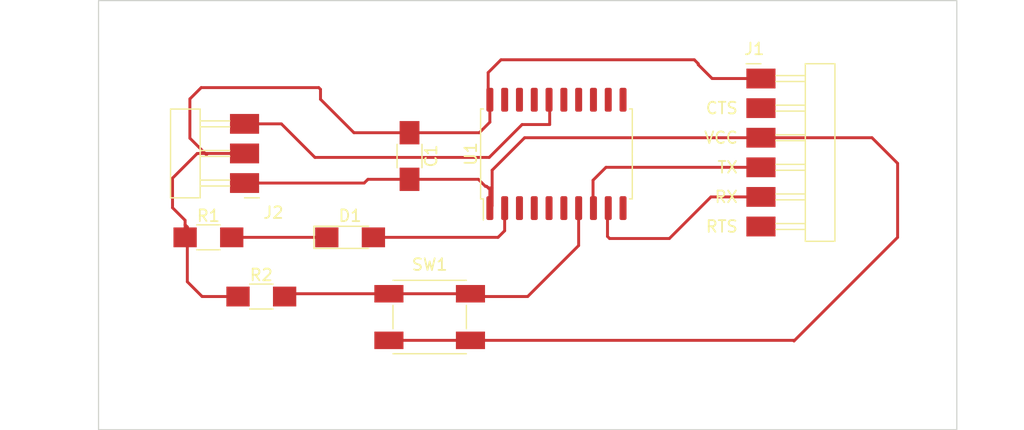
<source format=kicad_pcb>
(kicad_pcb (version 20211014) (generator pcbnew)
  (layers (0 "F.Cu" signal) (31 "B.Cu" signal) (34 "B.Paste" user) (35 "F.Paste" user) (36 "B.SilkS" user "B.Silkscreen") (37 "F.SilkS" user "F.Silkscreen") (38 "B.Mask" user) (39 "F.Mask" user) (44 "Edge.Cuts" user))
  (net 0 "")
  (net 1 "GND")
  (net 2 "Net-(U1-Pad2)")
  (net 17 "Net-(D1-Pad1)")
  (net 18 "Net-(J1-Pad4)")
  (net 20 "Net-(J1-Pad5)")
  (net 21 "Net-(J2-Pad3)")
  (net 22 "Net-(U1-Pad7)")
  (net 23 "VCC")
  (footprint "fab:PinHeader_FTDI_01x06_P2.54mm_Horizontal_SMD" (layer "F.Cu") (at 134.32 80.35)
    (fp_text reference "J1" (at -1.524 -2.54 180) (layer "F.SilkS") (effects (justify left)))
    (fp_text value "Conn_PinHeader_FTDI_1x06_P2.54mm_Horizontal_SMD")
    (fp_text user "TX" (at -1.905 7.62) (layer "F.SilkS") (effects (justify right)))
    (fp_text user "RX" (at -1.905 10.16) (layer "F.SilkS") (effects (justify right)))
    (fp_text user "CTS" (at -1.905 2.54) (layer "F.SilkS") (effects (justify right)))
    (fp_text user "RTS" (at -1.905 12.7) (layer "F.SilkS") (effects (justify right)))
    (fp_text user "VCC" (at -1.905 5.08) (layer "F.SilkS") (effects (justify right)))
    (fp_line (start 3.81 0.254) (end 1.27 0.254) (layer "F.SilkS") (width 0.12))
    (fp_line (start 3.81 13.97) (end 3.81 -1.27) (layer "F.SilkS") (width 0.12))
    (fp_line (start 3.81 -0.254) (end 1.27 -0.254) (layer "F.SilkS") (width 0.12))
    (fp_line (start 3.81 4.826) (end 1.27 4.826) (layer "F.SilkS") (width 0.12))
    (fp_line (start 3.81 -1.27) (end 6.35 -1.27) (layer "F.SilkS") (width 0.12))
    (fp_line (start 6.35 13.97) (end 3.81 13.97) (layer "F.SilkS") (width 0.12))
    (fp_line (start -1.27 -1.27) (end 0 -1.27) (layer "F.SilkS") (width 0.12))
    (fp_line (start 3.81 7.874) (end 1.27 7.874) (layer "F.SilkS") (width 0.12))
    (fp_line (start 3.81 2.794) (end 1.27 2.794) (layer "F.SilkS") (width 0.12))
    (fp_line (start 3.81 5.334) (end 1.27 5.334) (layer "F.SilkS") (width 0.12))
    (fp_line (start 3.81 12.446) (end 1.27 12.446) (layer "F.SilkS") (width 0.12))
    (fp_line (start 3.81 10.414) (end 1.27 10.414) (layer "F.SilkS") (width 0.12))
    (fp_line (start 6.35 -1.27) (end 6.35 13.97) (layer "F.SilkS") (width 0.12))
    (fp_line (start 3.81 12.954) (end 1.27 12.954) (layer "F.SilkS") (width 0.12))
    (fp_line (start 3.81 2.286) (end 1.27 2.286) (layer "F.SilkS") (width 0.12))
    (fp_line (start 3.81 9.906) (end 1.27 9.906) (layer "F.SilkS") (width 0.12))
    (fp_line (start 3.81 7.366) (end 1.27 7.366) (layer "F.SilkS") (width 0.12))
    (pad "1" smd rect locked (at 0 0) (size 2.5 1.7) (layers "F.Cu" "F.Paste" "F.Mask") (net 1 "GND"))
    (pad "2" smd rect locked (at 0 2.54) (size 2.5 1.7) (layers "F.Cu" "F.Paste" "F.Mask"))
    (pad "3" smd rect locked (at 0 5.08) (size 2.5 1.7) (layers "F.Cu" "F.Paste" "F.Mask") (net 23 "VCC"))
    (pad "4" smd rect locked (at 0 7.62) (size 2.5 1.7) (layers "F.Cu" "F.Paste" "F.Mask") (net 18 "Net-(J1-Pad4)"))
    (pad "5" smd rect locked (at 0 10.16) (size 2.5 1.7) (layers "F.Cu" "F.Paste" "F.Mask") (net 20 "Net-(J1-Pad5)"))
    (pad "6" smd rect locked (at 0 12.7) (size 2.5 1.7) (layers "F.Cu" "F.Paste" "F.Mask"))
  )
  (footprint "Package_SO:SOIC-20W_7.5x12.8mm_P1.27mm" (layer "F.Cu") (at 116.77 86.82 90)
    (fp_text reference "U1" (at 0 -7.35 90) (layer "F.SilkS"))
    (fp_text value "ATtiny1616-S")
    (fp_line (start 3.86 -6.51) (end 3.86 -6.275) (layer "F.SilkS") (width 0.12))
    (fp_line (start 0 -6.51) (end -3.86 -6.51) (layer "F.SilkS") (width 0.12))
    (fp_line (start 0 -6.51) (end 3.86 -6.51) (layer "F.SilkS") (width 0.12))
    (fp_line (start -3.86 -6.51) (end -3.86 -6.275) (layer "F.SilkS") (width 0.12))
    (fp_line (start 0 6.51) (end 3.86 6.51) (layer "F.SilkS") (width 0.12))
    (fp_line (start -3.86 6.51) (end -3.86 6.275) (layer "F.SilkS") (width 0.12))
    (fp_line (start 3.86 6.51) (end 3.86 6.275) (layer "F.SilkS") (width 0.12))
    (fp_line (start 0 6.51) (end -3.86 6.51) (layer "F.SilkS") (width 0.12))
    (fp_line (start -3.86 -6.275) (end -5.675 -6.275) (layer "F.SilkS") (width 0.12))
    (pad "1" smd roundrect (at -4.65 -5.715 90) (size 2.05 0.6) (layers "F.Cu" "F.Paste" "F.Mask") (net 23 "VCC"))
    (pad "2" smd roundrect (at -4.65 -4.445 90) (size 2.05 0.6) (layers "F.Cu" "F.Paste" "F.Mask") (net 2 "Net-(U1-Pad2)"))
    (pad "3" smd roundrect (at -4.65 -3.175 90) (size 2.05 0.6) (layers "F.Cu" "F.Paste" "F.Mask"))
    (pad "4" smd roundrect (at -4.65 -1.905 90) (size 2.05 0.6) (layers "F.Cu" "F.Paste" "F.Mask"))
    (pad "5" smd roundrect (at -4.65 -0.635 90) (size 2.05 0.6) (layers "F.Cu" "F.Paste" "F.Mask"))
    (pad "6" smd roundrect (at -4.65 0.635 90) (size 2.05 0.6) (layers "F.Cu" "F.Paste" "F.Mask"))
    (pad "7" smd roundrect (at -4.65 1.905 90) (size 2.05 0.6) (layers "F.Cu" "F.Paste" "F.Mask") (net 22 "Net-(U1-Pad7)"))
    (pad "8" smd roundrect (at -4.65 3.175 90) (size 2.05 0.6) (layers "F.Cu" "F.Paste" "F.Mask") (net 18 "Net-(J1-Pad4)"))
    (pad "9" smd roundrect (at -4.65 4.445 90) (size 2.05 0.6) (layers "F.Cu" "F.Paste" "F.Mask") (net 20 "Net-(J1-Pad5)"))
    (pad "10" smd roundrect (at -4.65 5.715 90) (size 2.05 0.6) (layers "F.Cu" "F.Paste" "F.Mask"))
    (pad "11" smd roundrect (at 4.65 5.715 90) (size 2.05 0.6) (layers "F.Cu" "F.Paste" "F.Mask"))
    (pad "12" smd roundrect (at 4.65 4.445 90) (size 2.05 0.6) (layers "F.Cu" "F.Paste" "F.Mask"))
    (pad "13" smd roundrect (at 4.65 3.175 90) (size 2.05 0.6) (layers "F.Cu" "F.Paste" "F.Mask"))
    (pad "14" smd roundrect (at 4.65 1.905 90) (size 2.05 0.6) (layers "F.Cu" "F.Paste" "F.Mask"))
    (pad "15" smd roundrect (at 4.65 0.635 90) (size 2.05 0.6) (layers "F.Cu" "F.Paste" "F.Mask"))
    (pad "16" smd roundrect (at 4.65 -0.635 90) (size 2.05 0.6) (layers "F.Cu" "F.Paste" "F.Mask") (net 21 "Net-(J2-Pad3)"))
    (pad "17" smd roundrect (at 4.65 -1.905 90) (size 2.05 0.6) (layers "F.Cu" "F.Paste" "F.Mask"))
    (pad "18" smd roundrect (at 4.65 -3.175 90) (size 2.05 0.6) (layers "F.Cu" "F.Paste" "F.Mask"))
    (pad "19" smd roundrect (at 4.65 -4.445 90) (size 2.05 0.6) (layers "F.Cu" "F.Paste" "F.Mask"))
    (pad "20" smd roundrect (at 4.65 -5.715 90) (size 2.05 0.6) (layers "F.Cu" "F.Paste" "F.Mask") (net 1 "GND"))
  )
  (footprint "fab:R_1206" (layer "F.Cu") (at 91.44 99.06)
    (fp_text reference "R2" (at 0 -1.85) (layer "F.SilkS"))
    (fp_text value "R")
    (fp_line (start 1 1.07) (end -1 1.07) (layer "F.SilkS") (width 0.12))
    (fp_line (start -1 -1.07) (end 1 -1.07) (layer "F.SilkS") (width 0.12))
    (pad "1" smd rect locked (at -2 0) (size 2 1.7) (layers "F.Cu" "F.Paste" "F.Mask") (net 1 "GND"))
    (pad "2" smd rect locked (at 2 0) (size 2 1.7) (layers "F.Cu" "F.Paste" "F.Mask") (net 22 "Net-(U1-Pad7)"))
  )
  (footprint "fab:Button_Omron_B3SN_6x6mm" (layer "F.Cu") (at 105.89 100.82)
    (fp_text reference "SW1" (at 0 -4.5) (layer "F.SilkS"))
    (fp_text value "BUTTON_B3SN")
    (fp_line (start 3.15 3.15) (end -3.15 3.15) (layer "F.SilkS") (width 0.12))
    (fp_line (start 3.15 -1) (end 3.15 1) (layer "F.SilkS") (width 0.12))
    (fp_line (start -3.15 -3.15) (end 3.15 -3.15) (layer "F.SilkS") (width 0.12))
    (fp_line (start -3.15 1) (end -3.15 -1) (layer "F.SilkS") (width 0.12))
    (pad "1" smd rect locked (at 3.5 -2) (size 2.5 1.5) (layers "F.Cu" "F.Paste" "F.Mask") (net 22 "Net-(U1-Pad7)"))
    (pad "1" smd rect locked (at -3.5 -2) (size 2.5 1.5) (layers "F.Cu" "F.Paste" "F.Mask") (net 22 "Net-(U1-Pad7)"))
    (pad "2" smd rect locked (at -3.5 2) (size 2.5 1.5) (layers "F.Cu" "F.Paste" "F.Mask") (net 23 "VCC"))
    (pad "2" smd rect locked (at 3.5 2) (size 2.5 1.5) (layers "F.Cu" "F.Paste" "F.Mask") (net 23 "VCC"))
  )
  (footprint "fab:LED_1206" (layer "F.Cu") (at 99.06 93.98)
    (fp_text reference "D1" (at 0 -1.85) (layer "F.SilkS"))
    (fp_text value "LED")
    (fp_line (start -3.1 -0.95) (end 1.6 -0.95) (layer "F.SilkS") (width 0.12))
    (fp_line (start -3.1 0.95) (end 1.6 0.95) (layer "F.SilkS") (width 0.12))
    (fp_line (start -3.1 -0.95) (end -3.1 0.95) (layer "F.SilkS") (width 0.12))
    (pad "1" smd rect locked (at -2 0) (size 2 1.7) (layers "F.Cu" "F.Paste" "F.Mask") (net 17 "Net-(D1-Pad1)"))
    (pad "2" smd rect locked (at 2 0) (size 2 1.7) (layers "F.Cu" "F.Paste" "F.Mask") (net 2 "Net-(U1-Pad2)"))
  )
  (footprint "fab:PinHeader_1x03_P2.54mm_Horizontal_SMD" (layer "F.Cu") (at 90 89.32 180)
    (fp_text reference "J2" (at -1.524 -2.54) (layer "F.SilkS") (effects (justify left)))
    (fp_text value "Conn_PinHeader_1x03_P2.54mm_Horizontal_SMD")
    (fp_line (start 3.81 0.254) (end 1.27 0.254) (layer "F.SilkS") (width 0.12))
    (fp_line (start 6.35 6.35) (end 3.81 6.35) (layer "F.SilkS") (width 0.12))
    (fp_line (start 3.81 2.794) (end 1.27 2.794) (layer "F.SilkS") (width 0.12))
    (fp_line (start 3.81 -1.27) (end 6.35 -1.27) (layer "F.SilkS") (width 0.12))
    (fp_line (start 3.81 2.286) (end 1.27 2.286) (layer "F.SilkS") (width 0.12))
    (fp_line (start 3.81 -0.254) (end 1.27 -0.254) (layer "F.SilkS") (width 0.12))
    (fp_line (start 6.35 -1.27) (end 6.35 6.35) (layer "F.SilkS") (width 0.12))
    (fp_line (start -1.27 -1.27) (end 0 -1.27) (layer "F.SilkS") (width 0.12))
    (fp_line (start 3.81 4.826) (end 1.27 4.826) (layer "F.SilkS") (width 0.12))
    (fp_line (start 3.81 6.35) (end 3.81 -1.27) (layer "F.SilkS") (width 0.12))
    (fp_line (start 3.81 5.334) (end 1.27 5.334) (layer "F.SilkS") (width 0.12))
    (pad "1" smd rect locked (at 0 0 180) (size 2.5 1.7) (layers "F.Cu" "F.Paste" "F.Mask") (net 23 "VCC"))
    (pad "2" smd rect locked (at 0 2.54 180) (size 2.5 1.7) (layers "F.Cu" "F.Paste" "F.Mask") (net 1 "GND"))
    (pad "3" smd rect locked (at 0 5.08 180) (size 2.5 1.7) (layers "F.Cu" "F.Paste" "F.Mask") (net 21 "Net-(J2-Pad3)"))
  )
  (footprint "fab:R_1206" (layer "F.Cu") (at 86.9 93.98)
    (fp_text reference "R1" (at 0 -1.85) (layer "F.SilkS"))
    (fp_text value "R")
    (fp_line (start 1 1.07) (end -1 1.07) (layer "F.SilkS") (width 0.12))
    (fp_line (start -1 -1.07) (end 1 -1.07) (layer "F.SilkS") (width 0.12))
    (pad "1" smd rect locked (at -2 0) (size 2 1.7) (layers "F.Cu" "F.Paste" "F.Mask") (net 1 "GND"))
    (pad "2" smd rect locked (at 2 0) (size 2 1.7) (layers "F.Cu" "F.Paste" "F.Mask") (net 17 "Net-(D1-Pad1)"))
  )
  (footprint "fab:C_1206" (layer "F.Cu") (at 104.16 87 -90)
    (fp_text reference "C1" (at 0 -1.85 90) (layer "F.SilkS"))
    (fp_text value "C")
    (fp_line (start -1 -1.07) (end 1 -1.07) (layer "F.SilkS") (width 0.12))
    (fp_line (start 1 1.07) (end -1 1.07) (layer "F.SilkS") (width 0.12))
    (pad "1" smd rect locked (at -2 0 270) (size 2 1.7) (layers "F.Cu" "F.Paste" "F.Mask") (net 1 "GND"))
    (pad "2" smd rect locked (at 2 0 270) (size 2 1.7) (layers "F.Cu" "F.Paste" "F.Mask") (net 23 "VCC"))
  )
  (gr_rect (start 77.47 73.66) (end 151.13 110.49) (layer "Edge.Cuts") (width 0.1) (fill none))
  (segment (start 86.73 86.89) (end 86.84 86.78) (width 0.25) (layer "F.Cu") (net 1))
  (segment (start 130.13 80.35) (end 128.94 79.16) (width 0.25) (layer "F.Cu") (net 1))
  (segment (start 85.09 93.09) (end 84.9 92.9) (width 0.25) (layer "F.Cu") (net 1))
  (segment (start 84.9 92.9) (end 84.9 93.98) (width 0.25) (layer "F.Cu") (net 1))
  (segment (start 104.16 85) (end 99.39 85) (width 0.25) (layer "F.Cu") (net 1))
  (segment (start 84.9 92.52) (end 84.9 92.9) (width 0.25) (layer "F.Cu") (net 1))
  (segment (start 111.055 84.095) (end 110.15 85) (width 0.25) (layer "F.Cu") (net 1))
  (segment (start 96.52 81.28) (end 96.37 81.13) (width 0.25) (layer "F.Cu") (net 1))
  (segment (start 112.01 78.74) (end 110.91 79.84) (width 0.25) (layer "F.Cu") (net 1))
  (segment (start 83.82 88.9) (end 83.82 91.44) (width 0.25) (layer "F.Cu") (net 1))
  (segment (start 128.94 79.16) (end 128.94 79.08) (width 0.25) (layer "F.Cu") (net 1))
  (segment (start 86.84 86.78) (end 85.94 86.78) (width 0.25) (layer "F.Cu") (net 1))
  (segment (start 110.91 79.84) (end 110.91 82.025) (width 0.25) (layer "F.Cu") (net 1))
  (segment (start 83.82 91.44) (end 84.9 92.52) (width 0.25) (layer "F.Cu") (net 1))
  (segment (start 85.94 86.78) (end 83.82 88.9) (width 0.25) (layer "F.Cu") (net 1))
  (segment (start 86.36 99.06) (end 85.09 97.79) (width 0.25) (layer "F.Cu") (net 1))
  (segment (start 134.32 80.35) (end 130.13 80.35) (width 0.25) (layer "F.Cu") (net 1))
  (segment (start 85.09 97.79) (end 85.09 93.09) (width 0.25) (layer "F.Cu") (net 1))
  (segment (start 99.39 85) (end 96.52 82.13) (width 0.25) (layer "F.Cu") (net 1))
  (segment (start 110.91 82.025) (end 111.055 82.17) (width 0.25) (layer "F.Cu") (net 1))
  (segment (start 86.28 81.13) (end 85.31 82.1) (width 0.25) (layer "F.Cu") (net 1))
  (segment (start 96.52 82.13) (end 96.52 81.28) (width 0.25) (layer "F.Cu") (net 1))
  (segment (start 85.31 82.1) (end 85.31 85.47) (width 0.25) (layer "F.Cu") (net 1))
  (segment (start 85.31 85.47) (end 86.73 86.89) (width 0.25) (layer "F.Cu") (net 1))
  (segment (start 96.37 81.13) (end 86.28 81.13) (width 0.25) (layer "F.Cu") (net 1))
  (segment (start 90 86.78) (end 86.84 86.78) (width 0.25) (layer "F.Cu") (net 1))
  (segment (start 110.15 85) (end 104.16 85) (width 0.25) (layer "F.Cu") (net 1))
  (segment (start 89.44 99.06) (end 86.36 99.06) (width 0.25) (layer "F.Cu") (net 1))
  (segment (start 128.94 79.08) (end 128.6 78.74) (width 0.25) (layer "F.Cu") (net 1))
  (segment (start 128.6 78.74) (end 112.01 78.74) (width 0.25) (layer "F.Cu") (net 1))
  (segment (start 111.055 84.095) (end 111.055 82.17) (width 0.25) (layer "F.Cu") (net 1))
  (segment (start 112.325 91.47) (end 112.325 93.415) (width 0.25) (layer "F.Cu") (net 2))
  (segment (start 111.76 93.98) (end 101.06 93.98) (width 0.25) (layer "F.Cu") (net 2))
  (segment (start 112.325 93.415) (end 111.76 93.98) (width 0.25) (layer "F.Cu") (net 2))
  (segment (start 97.06 93.98) (end 88.9 93.98) (width 0.25) (layer "F.Cu") (net 17))
  (segment (start 121.02 87.97) (end 119.91 89.08) (width 0.25) (layer "F.Cu") (net 18))
  (segment (start 119.91 89.08) (end 119.91 91.435) (width 0.25) (layer "F.Cu") (net 18))
  (segment (start 134.32 87.97) (end 121.02 87.97) (width 0.25) (layer "F.Cu") (net 18))
  (segment (start 119.91 91.435) (end 119.945 91.47) (width 0.25) (layer "F.Cu") (net 18))
  (segment (start 121.15 91.535) (end 121.215 91.47) (width 0.25) (layer "F.Cu") (net 20))
  (segment (start 126.46 94.08) (end 121.33 94.08) (width 0.25) (layer "F.Cu") (net 20))
  (segment (start 134.32 90.51) (end 130.03 90.51) (width 0.25) (layer "F.Cu") (net 20))
  (segment (start 121.15 93.9) (end 121.15 91.535) (width 0.25) (layer "F.Cu") (net 20))
  (segment (start 130.03 90.51) (end 126.46 94.08) (width 0.25) (layer "F.Cu") (net 20))
  (segment (start 121.33 94.08) (end 121.15 93.9) (width 0.25) (layer "F.Cu") (net 20))
  (segment (start 116.19 82.225) (end 116.19 84.3) (width 0.25) (layer "F.Cu") (net 21))
  (segment (start 93.16 84.24) (end 90 84.24) (width 0.25) (layer "F.Cu") (net 21))
  (segment (start 116.135 82.17) (end 116.19 82.225) (width 0.25) (layer "F.Cu") (net 21))
  (segment (start 111 87.12) (end 96.04 87.12) (width 0.25) (layer "F.Cu") (net 21))
  (segment (start 113.82 84.3) (end 111 87.12) (width 0.25) (layer "F.Cu") (net 21))
  (segment (start 96.04 87.12) (end 93.16 84.24) (width 0.25) (layer "F.Cu") (net 21))
  (segment (start 116.19 84.3) (end 113.82 84.3) (width 0.25) (layer "F.Cu") (net 21))
  (segment (start 109.39 98.82) (end 102.39 98.82) (width 0.25) (layer "F.Cu") (net 22))
  (segment (start 109.22 99.06) (end 109.22 98.99) (width 0.25) (layer "F.Cu") (net 22))
  (segment (start 102.39 98.82) (end 93.68 98.82) (width 0.25) (layer "F.Cu") (net 22))
  (segment (start 118.675 91.47) (end 118.675 94.685) (width 0.25) (layer "F.Cu") (net 22))
  (segment (start 93.68 98.82) (end 93.44 99.06) (width 0.25) (layer "F.Cu") (net 22))
  (segment (start 114.3 99.06) (end 109.22 99.06) (width 0.25) (layer "F.Cu") (net 22))
  (segment (start 118.675 94.685) (end 114.3 99.06) (width 0.25) (layer "F.Cu") (net 22))
  (segment (start 109.22 98.99) (end 109.39 98.82) (width 0.25) (layer "F.Cu") (net 22))
  (segment (start 114.04 85.43) (end 111.25 88.22) (width 0.25) (layer "F.Cu") (net 23))
  (segment (start 90 89.32) (end 100.27 89.32) (width 0.25) (layer "F.Cu") (net 23))
  (segment (start 100.59 89) (end 104.16 89) (width 0.25) (layer "F.Cu") (net 23))
  (segment (start 111.25 91.275) (end 111.055 91.47) (width 0.25) (layer "F.Cu") (net 23))
  (segment (start 134.32 85.43) (end 114.04 85.43) (width 0.25) (layer "F.Cu") (net 23))
  (segment (start 137.11 102.82) (end 109.39 102.82) (width 0.25) (layer "F.Cu") (net 23))
  (segment (start 137.16 102.87) (end 137.11 102.82) (width 0.25) (layer "F.Cu") (net 23))
  (segment (start 109.39 102.82) (end 102.39 102.82) (width 0.25) (layer "F.Cu") (net 23))
  (segment (start 146.05 87.63) (end 146.05 93.98) (width 0.25) (layer "F.Cu") (net 23))
  (segment (start 146.05 93.98) (end 137.16 102.87) (width 0.25) (layer "F.Cu") (net 23))
  (segment (start 111.25 89.74) (end 110.92 89.74) (width 0.25) (layer "F.Cu") (net 23))
  (segment (start 111.055 89.875) (end 111.055 91.47) (width 0.25) (layer "F.Cu") (net 23))
  (segment (start 104.16 89) (end 110.07 89) (width 0.25) (layer "F.Cu") (net 23))
  (segment (start 110.67 89.6) (end 110.78 89.6) (width 0.25) (layer "F.Cu") (net 23))
  (segment (start 100.27 89.32) (end 100.59 89) (width 0.25) (layer "F.Cu") (net 23))
  (segment (start 143.85 85.43) (end 146.05 87.63) (width 0.25) (layer "F.Cu") (net 23))
  (segment (start 110.78 89.6) (end 110.875 89.695) (width 0.25) (layer "F.Cu") (net 23))
  (segment (start 110.07 89) (end 110.67 89.6) (width 0.25) (layer "F.Cu") (net 23))
  (segment (start 111.25 88.22) (end 111.25 91.275) (width 0.25) (layer "F.Cu") (net 23))
  (segment (start 110.875 89.695) (end 111.055 89.875) (width 0.25) (layer "F.Cu") (net 23))
  (segment (start 134.32 85.43) (end 143.85 85.43) (width 0.25) (layer "F.Cu") (net 23))
  (segment (start 110.92 89.74) (end 110.875 89.695) (width 0.25) (layer "F.Cu") (net 23))
)
</source>
